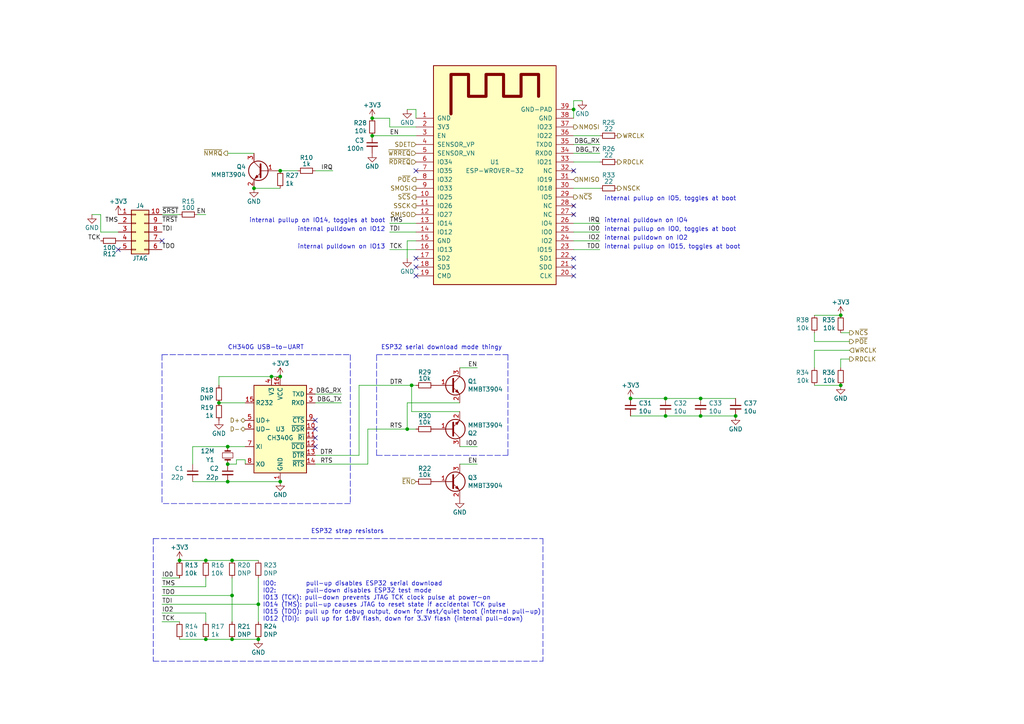
<source format=kicad_sch>
(kicad_sch (version 20211123) (generator eeschema)
  (paper "A4")
  (title_block (title "NuBus-ESP32") (date "2021-11-18") (rev "0.1") (company "Garrett's Workshop"))
  (lib_symbols
    (symbol "Connector_Generic:Conn_02x05_Counter_Clockwise" (pin_names (offset 1.016) hide)
      (property "Reference" "J" (at 1.27 7.62 0))
      (property "Value" "Conn_02x05_Counter_Clockwise" (at 1.27 -7.62 0))
      (symbol "Conn_02x05_Counter_Clockwise_1_1"
        (rectangle (start -1.27 -4.953) (end 0 -5.207) (stroke (width 0.1524)))
        (rectangle (start -1.27 -2.413) (end 0 -2.667) (stroke (width 0.1524)))
        (rectangle (start -1.27 0.127) (end 0 -0.127) (stroke (width 0.1524)))
        (rectangle (start -1.27 2.667) (end 0 2.413) (stroke (width 0.1524)))
        (rectangle (start -1.27 5.207) (end 0 4.953) (stroke (width 0.1524)))
        (rectangle (start -1.27 6.35) (end 3.81 -6.35) (stroke (width 0.254)) (fill (type background)))
        (rectangle (start 3.81 -4.953) (end 2.54 -5.207) (stroke (width 0.1524)))
        (rectangle (start 3.81 -2.413) (end 2.54 -2.667) (stroke (width 0.1524)))
        (rectangle (start 3.81 0.127) (end 2.54 -0.127) (stroke (width 0.1524)))
        (rectangle (start 3.81 2.667) (end 2.54 2.413) (stroke (width 0.1524)))
        (rectangle (start 3.81 5.207) (end 2.54 4.953) (stroke (width 0.1524)))
        (pin passive line (at -5.08 5.08 0) (length 3.81) (name "Pin_1") (number "1"))
        (pin passive line (at 7.62 5.08 180) (length 3.81) (name "Pin_10") (number "10"))
        (pin passive line (at -5.08 2.54 0) (length 3.81) (name "Pin_2") (number "2"))
        (pin passive line (at -5.08 0 0) (length 3.81) (name "Pin_3") (number "3"))
        (pin passive line (at -5.08 -2.54 0) (length 3.81) (name "Pin_4") (number "4"))
        (pin passive line (at -5.08 -5.08 0) (length 3.81) (name "Pin_5") (number "5"))
        (pin passive line (at 7.62 -5.08 180) (length 3.81) (name "Pin_6") (number "6"))
        (pin passive line (at 7.62 -2.54 180) (length 3.81) (name "Pin_7") (number "7"))
        (pin passive line (at 7.62 0 180) (length 3.81) (name "Pin_8") (number "8"))
        (pin passive line (at 7.62 2.54 180) (length 3.81) (name "Pin_9") (number "9"))
      )
    )
    (symbol "Device:C_Small" (pin_numbers hide) (pin_names (offset 0.254) hide)
      (property "Reference" "C" (at 0.254 1.778 0))
      (property "Value" "C_Small" (at 0.254 -2.032 0))
      (symbol "C_Small_0_1"
        (polyline (pts (xy -1.524 -0.508) (xy 1.524 -0.508)) (stroke (width 0.3302)))
        (polyline (pts (xy -1.524 0.508) (xy 1.524 0.508)) (stroke (width 0.3048)))
      )
      (symbol "C_Small_1_1"
        (pin passive line (at 0 2.54 270) (length 2.032) (name "~") (number "1"))
        (pin passive line (at 0 -2.54 90) (length 2.032) (name "~") (number "2"))
      )
    )
    (symbol "Device:Crystal_Small" (pin_numbers hide) (pin_names (offset 1.016) hide)
      (property "Reference" "Y" (at 0 2.54 0))
      (property "Value" "Crystal_Small" (at 0 -2.54 0))
      (symbol "Crystal_Small_0_1"
        (rectangle (start -0.762 -1.524) (end 0.762 1.524))
        (polyline (pts (xy -1.27 -0.762) (xy -1.27 0.762)) (stroke (width 0.381)))
        (polyline (pts (xy 1.27 -0.762) (xy 1.27 0.762)) (stroke (width 0.381)))
      )
      (symbol "Crystal_Small_1_1"
        (pin passive line (at -2.54 0 0) (length 1.27) (name "1") (number "1"))
        (pin passive line (at 2.54 0 180) (length 1.27) (name "2") (number "2"))
      )
    )
    (symbol "Device:R_Small" (pin_numbers hide) (pin_names (offset 0.254) hide)
      (property "Reference" "R" (at 0.762 0.508 0))
      (property "Value" "R_Small" (at 0.762 -1.016 0))
      (symbol "R_Small_0_1"
        (rectangle (start -0.762 1.778) (end 0.762 -1.778) (stroke (width 0.2032)))
      )
      (symbol "R_Small_1_1"
        (pin passive line (at 0 2.54 270) (length 0.762) (name "~") (number "1"))
        (pin passive line (at 0 -2.54 90) (length 0.762) (name "~") (number "2"))
      )
    )
    (symbol "GW_RFModule:ESP-WROVER-32" (pin_names (offset 1.016))
      (property "Reference" "U" (at 0 31.75 0))
      (property "Value" "ESP-WROVER-32" (at 0 0 0))
      (symbol "ESP-WROVER-32_0_1"
        (rectangle (start -17.78 30.48) (end 17.78 -33.02) (stroke (width 0.254)) (fill (type background)))
        (polyline (pts (xy -12.7 16.51) (xy -12.7 27.94) (xy -7.62 27.94) (xy -7.62 21.59) (xy -2.54 21.59) (xy -2.54 27.94) (xy 2.54 27.94) (xy 2.54 21.59) (xy 7.62 21.59) (xy 7.62 27.94) (xy 12.7 27.94) (xy 12.7 21.59)) (stroke (width 0.889)))
      )
      (symbol "ESP-WROVER-32_1_1"
        (pin power_out line (at -22.86 15.24 0) (length 5.08) (name "GND") (number "1"))
        (pin bidirectional line (at -22.86 -7.62 0) (length 5.08) (name "IO25") (number "10"))
        (pin bidirectional line (at -22.86 -10.16 0) (length 5.08) (name "IO26") (number "11"))
        (pin bidirectional line (at -22.86 -12.7 0) (length 5.08) (name "IO27") (number "12"))
        (pin bidirectional line (at -22.86 -15.24 0) (length 5.08) (name "IO14") (number "13"))
        (pin bidirectional line (at -22.86 -17.78 0) (length 5.08) (name "IO12") (number "14"))
        (pin power_in line (at -22.86 -20.32 0) (length 5.08) (name "GND") (number "15"))
        (pin bidirectional line (at -22.86 -22.86 0) (length 5.08) (name "IO13") (number "16"))
        (pin bidirectional line (at -22.86 -25.4 0) (length 5.08) (name "SD2") (number "17"))
        (pin bidirectional line (at -22.86 -27.94 0) (length 5.08) (name "SD3") (number "18"))
        (pin bidirectional line (at -22.86 -30.48 0) (length 5.08) (name "CMD") (number "19"))
        (pin power_in line (at -22.86 12.7 0) (length 5.08) (name "3V3") (number "2"))
        (pin input line (at 22.86 -30.48 180) (length 5.08) (name "CLK") (number "20"))
        (pin bidirectional line (at 22.86 -27.94 180) (length 5.08) (name "SDO") (number "21"))
        (pin bidirectional line (at 22.86 -25.4 180) (length 5.08) (name "SD1") (number "22"))
        (pin bidirectional line (at 22.86 -22.86 180) (length 5.08) (name "IO15") (number "23"))
        (pin bidirectional line (at 22.86 -20.32 180) (length 5.08) (name "IO2") (number "24"))
        (pin bidirectional line (at 22.86 -17.78 180) (length 5.08) (name "IO0") (number "25"))
        (pin input line (at 22.86 -15.24 180) (length 5.08) (name "IO4") (number "26"))
        (pin no_connect line (at 22.86 -12.7 180) (length 5.08) (name "NC") (number "27"))
        (pin no_connect line (at 22.86 -10.16 180) (length 5.08) (name "NC") (number "28"))
        (pin bidirectional line (at 22.86 -7.62 180) (length 5.08) (name "IO5") (number "29"))
        (pin input line (at -22.86 10.16 0) (length 5.08) (name "EN") (number "3"))
        (pin input line (at 22.86 -5.08 180) (length 5.08) (name "IO18") (number "30"))
        (pin bidirectional line (at 22.86 -2.54 180) (length 5.08) (name "IO19") (number "31"))
        (pin no_connect line (at 22.86 0 180) (length 5.08) (name "NC") (number "32"))
        (pin bidirectional line (at 22.86 2.54 180) (length 5.08) (name "IO21") (number "33"))
        (pin bidirectional line (at 22.86 5.08 180) (length 5.08) (name "RXD0") (number "34"))
        (pin bidirectional line (at 22.86 7.62 180) (length 5.08) (name "TXD0") (number "35"))
        (pin bidirectional line (at 22.86 10.16 180) (length 5.08) (name "IO22") (number "36"))
        (pin bidirectional line (at 22.86 12.7 180) (length 5.08) (name "IO23") (number "37"))
        (pin power_in line (at 22.86 15.24 180) (length 5.08) (name "GND") (number "38"))
        (pin power_in line (at 22.86 17.78 180) (length 5.08) (name "GND-PAD") (number "39"))
        (pin input line (at -22.86 7.62 0) (length 5.08) (name "SENSOR_VP") (number "4"))
        (pin input line (at -22.86 5.08 0) (length 5.08) (name "SENSOR_VN") (number "5"))
        (pin bidirectional line (at -22.86 2.54 0) (length 5.08) (name "IO34") (number "6"))
        (pin bidirectional line (at -22.86 0 0) (length 5.08) (name "IO35") (number "7"))
        (pin bidirectional line (at -22.86 -2.54 0) (length 5.08) (name "IO32") (number "8"))
        (pin bidirectional line (at -22.86 -5.08 0) (length 5.08) (name "IO33") (number "9"))
      )
    )
    (symbol "Interface_USB:CH340G"
      (property "Reference" "U" (at -5.08 13.97 0))
      (property "Value" "CH340G" (at 1.27 13.97 0))
      (symbol "CH340G_0_1"
        (rectangle (start -7.62 12.7) (end 7.62 -12.7) (stroke (width 0.254)) (fill (type background)))
      )
      (symbol "CH340G_1_1"
        (pin power_in line (at 0 -15.24 90) (length 2.54) (name "GND") (number "1"))
        (pin input line (at 10.16 0 180) (length 2.54) (name "~{DSR}") (number "10"))
        (pin input line (at 10.16 -2.54 180) (length 2.54) (name "~{RI}") (number "11"))
        (pin input line (at 10.16 -5.08 180) (length 2.54) (name "~{DCD}") (number "12"))
        (pin output line (at 10.16 -7.62 180) (length 2.54) (name "~{DTR}") (number "13"))
        (pin output line (at 10.16 -10.16 180) (length 2.54) (name "~{RTS}") (number "14"))
        (pin input line (at -10.16 7.62 0) (length 2.54) (name "R232") (number "15"))
        (pin power_in line (at 0 15.24 270) (length 2.54) (name "VCC") (number "16"))
        (pin output line (at 10.16 10.16 180) (length 2.54) (name "TXD") (number "2"))
        (pin input line (at 10.16 7.62 180) (length 2.54) (name "RXD") (number "3"))
        (pin passive line (at -2.54 15.24 270) (length 2.54) (name "V3") (number "4"))
        (pin bidirectional line (at -10.16 2.54 0) (length 2.54) (name "UD+") (number "5"))
        (pin bidirectional line (at -10.16 0 0) (length 2.54) (name "UD-") (number "6"))
        (pin input line (at -10.16 -5.08 0) (length 2.54) (name "XI") (number "7"))
        (pin output line (at -10.16 -10.16 0) (length 2.54) (name "XO") (number "8"))
        (pin input line (at 10.16 2.54 180) (length 2.54) (name "~{CTS}") (number "9"))
      )
    )
    (symbol "Transistor_BJT:MMBT3904" (pin_names (offset 0) hide)
      (property "Reference" "Q" (at 5.08 1.905 0))
      (property "Value" "MMBT3904" (at 5.08 0 0))
      (symbol "MMBT3904_0_1"
        (polyline (pts (xy 0.635 0.635) (xy 2.54 2.54)))
        (polyline (pts (xy 0.635 -0.635) (xy 2.54 -2.54) (xy 2.54 -2.54)))
        (polyline (pts (xy 0.635 1.905) (xy 0.635 -1.905) (xy 0.635 -1.905)) (stroke (width 0.508)))
        (polyline (pts (xy 1.27 -1.778) (xy 1.778 -1.27) (xy 2.286 -2.286) (xy 1.27 -1.778) (xy 1.27 -1.778)) (fill (type outline)))
        (circle (center 1.27 0) (radius 2.8194) (stroke (width 0.254)))
      )
      (symbol "MMBT3904_1_1"
        (pin input line (at -5.08 0 0) (length 5.715) (name "B") (number "1"))
        (pin passive line (at 2.54 -5.08 90) (length 2.54) (name "E") (number "2"))
        (pin passive line (at 2.54 5.08 270) (length 2.54) (name "C") (number "3"))
      )
    )
    (symbol "power:+3V3" (power) (pin_names (offset 0))
      (property "Value" "+3V3" (at 0 3.556 0))
      (symbol "+3V3_0_1"
        (polyline (pts (xy -0.762 1.27) (xy 0 2.54)))
        (polyline (pts (xy 0 0) (xy 0 2.54)))
        (polyline (pts (xy 0 2.54) (xy 0.762 1.27)))
      )
      (symbol "+3V3_1_1"
        (pin power_in line (at 0 0 90) (length 0) hide (name "+3V3") (number "1"))
      )
    )
    (symbol "power:GND" (power) (pin_names (offset 0))
      (property "Value" "GND" (at 0 -3.81 0))
      (symbol "GND_0_1"
        (polyline (pts (xy 0 0) (xy 0 -1.27) (xy 1.27 -1.27) (xy 0 -2.54) (xy -1.27 -1.27) (xy 0 -1.27)))
      )
      (symbol "GND_1_1"
        (pin power_in line (at 0 0 270) (length 0) hide (name "GND") (number "1"))
      )
    )
  )
  (junction (at 81.28 49.53))
  (junction (at 67.31 185.42))
  (junction (at 63.5 116.84))
  (junction (at 107.95 39.37))
  (junction (at 73.66 54.61))
  (junction (at 119.38 111.76))
  (junction (at 59.69 162.56))
  (junction (at 203.2 115.57))
  (junction (at 66.04 134.62))
  (junction (at 74.93 175.26))
  (junction (at 78.74 109.22))
  (junction (at 52.07 162.56))
  (junction (at 59.69 185.42))
  (junction (at 81.28 109.22))
  (junction (at 67.31 172.72))
  (junction (at 107.95 34.29))
  (junction (at 193.04 120.65))
  (junction (at 66.04 139.7))
  (junction (at 66.04 129.54))
  (junction (at 67.31 162.56))
  (junction (at 213.36 120.65))
  (junction (at 182.88 115.57))
  (junction (at 203.2 120.65))
  (junction (at 243.84 111.76))
  (junction (at 74.93 185.42))
  (junction (at 81.28 139.7))
  (junction (at 118.11 124.46))
  (junction (at 243.84 91.44))
  (junction (at 193.04 115.57))
  (junction (at 166.37 31.75))
  (no_connect (at 120.65 49.53))
  (no_connect (at 91.44 129.54))
  (no_connect (at 166.37 80.01))
  (no_connect (at 166.37 59.69))
  (no_connect (at 120.65 77.47))
  (no_connect (at 34.29 72.39))
  (no_connect (at 166.37 62.23))
  (no_connect (at 91.44 127))
  (no_connect (at 166.37 74.93))
  (no_connect (at 91.44 121.92))
  (no_connect (at 120.65 80.01))
  (no_connect (at 46.99 69.85))
  (no_connect (at 166.37 49.53))
  (no_connect (at 91.44 124.46))
  (no_connect (at 120.65 74.93))
  (no_connect (at 166.37 77.47))
  (wire (pts (xy 119.38 119.38) (xy 133.35 119.38)))
  (wire (pts (xy 166.37 46.99) (xy 173.99 46.99)))
  (wire (pts (xy 106.68 124.46) (xy 118.11 124.46)))
  (wire (pts (xy 166.37 31.75) (xy 166.37 34.29)))
  (wire (pts (xy 74.93 175.26) (xy 74.93 180.34)))
  (wire (pts (xy 173.99 54.61) (xy 166.37 54.61)))
  (wire (pts (xy 118.11 69.85) (xy 120.65 69.85)))
  (wire (pts (xy 133.35 116.84) (xy 118.11 116.84)))
  (wire (pts (xy 55.88 139.7) (xy 66.04 139.7)))
  (wire (pts (xy 63.5 109.22) (xy 63.5 111.76)))
  (wire (pts (xy 46.99 170.18) (xy 59.69 170.18)))
  (wire (pts (xy 68.58 134.62) (xy 68.58 133.35)))
  (wire (pts (xy 74.93 185.42) (xy 67.31 185.42)))
  (polyline (pts (xy 46.99 102.87) (xy 46.99 146.05)))
  (wire (pts (xy 106.68 134.62) (xy 91.44 134.62)))
  (wire (pts (xy 243.84 104.14) (xy 246.38 104.14)))
  (wire (pts (xy 46.99 180.34) (xy 52.07 180.34)))
  (wire (pts (xy 168.91 29.21) (xy 166.37 29.21)))
  (wire (pts (xy 63.5 116.84) (xy 71.12 116.84)))
  (wire (pts (xy 104.14 132.08) (xy 104.14 111.76)))
  (wire (pts (xy 46.99 175.26) (xy 74.93 175.26)))
  (wire (pts (xy 107.95 39.37) (xy 120.65 39.37)))
  (wire (pts (xy 193.04 120.65) (xy 182.88 120.65)))
  (wire (pts (xy 57.15 62.23) (xy 59.69 62.23)))
  (wire (pts (xy 67.31 172.72) (xy 67.31 180.34)))
  (wire (pts (xy 113.03 34.29) (xy 113.03 36.83)))
  (wire (pts (xy 236.22 111.76) (xy 243.84 111.76)))
  (wire (pts (xy 166.37 64.77) (xy 173.99 64.77)))
  (wire (pts (xy 74.93 175.26) (xy 74.93 167.64)))
  (wire (pts (xy 59.69 170.18) (xy 59.69 167.64)))
  (wire (pts (xy 99.06 114.3) (xy 91.44 114.3)))
  (wire (pts (xy 246.38 96.52) (xy 243.84 96.52)))
  (wire (pts (xy 67.31 172.72) (xy 67.31 167.64)))
  (wire (pts (xy 203.2 115.57) (xy 213.36 115.57)))
  (polyline (pts (xy 101.6 102.87) (xy 101.6 146.05)))
  (wire (pts (xy 120.65 34.29) (xy 120.65 31.75)))
  (wire (pts (xy 81.28 54.61) (xy 73.66 54.61)))
  (wire (pts (xy 106.68 124.46) (xy 106.68 134.62)))
  (wire (pts (xy 138.43 134.62) (xy 133.35 134.62)))
  (wire (pts (xy 66.04 129.54) (xy 71.12 129.54)))
  (wire (pts (xy 236.22 96.52) (xy 236.22 99.06)))
  (wire (pts (xy 59.69 185.42) (xy 52.07 185.42)))
  (polyline (pts (xy 109.22 132.08) (xy 147.32 132.08)))
  (wire (pts (xy 120.65 67.31) (xy 113.03 67.31)))
  (wire (pts (xy 166.37 67.31) (xy 173.99 67.31)))
  (wire (pts (xy 46.99 167.64) (xy 52.07 167.64)))
  (wire (pts (xy 52.07 162.56) (xy 59.69 162.56)))
  (wire (pts (xy 236.22 101.6) (xy 236.22 106.68)))
  (wire (pts (xy 67.31 185.42) (xy 59.69 185.42)))
  (wire (pts (xy 29.21 67.31) (xy 34.29 67.31)))
  (wire (pts (xy 166.37 72.39) (xy 173.99 72.39)))
  (wire (pts (xy 46.99 172.72) (xy 67.31 172.72)))
  (wire (pts (xy 236.22 91.44) (xy 243.84 91.44)))
  (wire (pts (xy 113.03 36.83) (xy 120.65 36.83)))
  (wire (pts (xy 120.65 64.77) (xy 113.03 64.77)))
  (wire (pts (xy 118.11 116.84) (xy 118.11 124.46)))
  (polyline (pts (xy 147.32 102.87) (xy 147.32 132.08)))
  (polyline (pts (xy 44.45 156.21) (xy 44.45 191.77)))
  (wire (pts (xy 193.04 115.57) (xy 182.88 115.57)))
  (polyline (pts (xy 109.22 132.08) (xy 109.22 102.87)))
  (wire (pts (xy 63.5 109.22) (xy 78.74 109.22)))
  (polyline (pts (xy 157.48 156.21) (xy 157.48 191.77)))
  (wire (pts (xy 118.11 124.46) (xy 120.65 124.46)))
  (wire (pts (xy 173.99 39.37) (xy 166.37 39.37)))
  (wire (pts (xy 81.28 109.22) (xy 78.74 109.22)))
  (wire (pts (xy 236.22 101.6) (xy 246.38 101.6)))
  (polyline (pts (xy 44.45 156.21) (xy 157.48 156.21)))
  (wire (pts (xy 55.88 129.54) (xy 55.88 134.62)))
  (wire (pts (xy 68.58 133.35) (xy 71.12 133.35)))
  (wire (pts (xy 119.38 119.38) (xy 119.38 111.76)))
  (wire (pts (xy 166.37 44.45) (xy 173.99 44.45)))
  (wire (pts (xy 193.04 115.57) (xy 203.2 115.57)))
  (wire (pts (xy 104.14 111.76) (xy 119.38 111.76)))
  (wire (pts (xy 46.99 62.23) (xy 52.07 62.23)))
  (wire (pts (xy 243.84 106.68) (xy 243.84 104.14)))
  (wire (pts (xy 166.37 29.21) (xy 166.37 31.75)))
  (wire (pts (xy 120.65 72.39) (xy 113.03 72.39)))
  (wire (pts (xy 118.11 31.75) (xy 120.65 31.75)))
  (wire (pts (xy 138.43 129.54) (xy 133.35 129.54)))
  (wire (pts (xy 91.44 132.08) (xy 104.14 132.08)))
  (wire (pts (xy 26.67 62.23) (xy 29.21 62.23)))
  (wire (pts (xy 166.37 69.85) (xy 173.99 69.85)))
  (wire (pts (xy 203.2 120.65) (xy 193.04 120.65)))
  (wire (pts (xy 66.04 139.7) (xy 81.28 139.7)))
  (wire (pts (xy 86.36 49.53) (xy 81.28 49.53)))
  (wire (pts (xy 59.69 162.56) (xy 67.31 162.56)))
  (wire (pts (xy 236.22 99.06) (xy 246.38 99.06)))
  (wire (pts (xy 120.65 111.76) (xy 119.38 111.76)))
  (wire (pts (xy 71.12 133.35) (xy 71.12 134.62)))
  (wire (pts (xy 91.44 116.84) (xy 99.06 116.84)))
  (wire (pts (xy 107.95 34.29) (xy 113.03 34.29)))
  (polyline (pts (xy 109.22 102.87) (xy 147.32 102.87)))
  (wire (pts (xy 138.43 106.68) (xy 133.35 106.68)))
  (wire (pts (xy 67.31 162.56) (xy 74.93 162.56)))
  (polyline (pts (xy 46.99 102.87) (xy 101.6 102.87)))
  (wire (pts (xy 173.99 41.91) (xy 166.37 41.91)))
  (polyline (pts (xy 44.45 191.77) (xy 157.48 191.77)))
  (wire (pts (xy 66.04 44.45) (xy 73.66 44.45)))
  (wire (pts (xy 213.36 120.65) (xy 203.2 120.65)))
  (wire (pts (xy 118.11 69.85) (xy 118.11 74.93)))
  (wire (pts (xy 29.21 62.23) (xy 29.21 67.31)))
  (wire (pts (xy 91.44 49.53) (xy 96.52 49.53)))
  (wire (pts (xy 59.69 177.8) (xy 59.69 180.34)))
  (wire (pts (xy 46.99 177.8) (xy 59.69 177.8)))
  (polyline (pts (xy 101.6 146.05) (xy 46.99 146.05)))
  (wire (pts (xy 55.88 129.54) (xy 66.04 129.54)))
  (wire (pts (xy 68.58 134.62) (xy 66.04 134.62)))
  (text "internal pulldown on IO13" (at 111.76 72.39 180) (effects (font (size 1.27 1.27)) (justify right bottom)))
  (text "internal pulldown on IO4" (at 175.26 64.77 0) (effects (font (size 1.27 1.27)) (justify left bottom)))
  (text "internal pullup on IO15, toggles at boot" (at 175.26 72.39 0) (effects (font (size 1.27 1.27)) (justify left bottom)))
  (text "CH340G USB-to-UART" (at 66.04 101.6 0) (effects (font (size 1.27 1.27)) (justify left bottom)))
  (text "internal pullup on IO0, toggles at boot" (at 175.26 67.31 0) (effects (font (size 1.27 1.27)) (justify left bottom)))
  (text "internal pulldown on IO2" (at 175.26 69.85 0) (effects (font (size 1.27 1.27)) (justify left bottom)))
  (text "ESP32 serial download mode thingy" (at 110.49 101.6 0) (effects (font (size 1.27 1.27)) (justify left bottom)))
  (text "internal pullup on IO5, toggles at boot" (at 175.26 58.42 0) (effects (font (size 1.27 1.27)) (justify left bottom)))
  (text "IO0:         pull-up disables ESP32 serial download\nIO2:         pull-down disables ESP32 test mode\nIO13 (TCK): pull-down prevents JTAG TCK clock pulse at power-on\nIO14 (TMS): pull-up causes JTAG to reset state if accidental TCK pulse\nIO15 (TDO): pull up for debug output, down for fast/quiet boot (internal pull-up)\nIO12 (TDI):  pull up for 1.8V flash, down for 3.3V flash (internal pull-down)" (at 76.2 180.34 0) (effects (font (size 1.27 1.27)) (justify left bottom)))
  (text "internal pulldown on IO12" (at 111.76 67.31 180) (effects (font (size 1.27 1.27)) (justify right bottom)))
  (text "ESP32 strap resistors" (at 90.17 154.94 0) (effects (font (size 1.27 1.27)) (justify left bottom)))
  (text "internal pullup on IO14, toggles at boot" (at 111.76 64.77 180) (effects (font (size 1.27 1.27)) (justify right bottom)))
  (label "IO0" (at 173.99 67.31 180))
  (label "IO0" (at 46.99 167.64 0))
  (label "TDI" (at 46.99 67.31 0))
  (label "IO2" (at 46.99 177.8 0))
  (label "DTR" (at 96.52 132.08 180))
  (label "IRQ" (at 96.52 49.53 180))
  (label "TDI" (at 113.03 67.31 0))
  (label "EN" (at 59.69 62.23 180))
  (label "TCK" (at 46.99 180.34 0))
  (label "TMS" (at 34.29 64.77 180))
  (label "IO0" (at 138.43 129.54 180))
  (label "~{TRST}" (at 46.99 64.77 0))
  (label "RTS" (at 96.52 134.62 180))
  (label "DBG_RX" (at 173.99 41.91 180))
  (label "TDO" (at 173.99 72.39 180))
  (label "EN" (at 138.43 134.62 180))
  (label "RTS" (at 113.03 124.46 0))
  (label "TCK" (at 113.03 72.39 0))
  (label "~{SRST}" (at 46.99 62.23 0))
  (label "TCK" (at 29.21 69.85 180))
  (label "EN" (at 138.43 106.68 180))
  (label "TDO" (at 46.99 72.39 0))
  (label "DBG_RX" (at 99.06 114.3 180))
  (label "TMS" (at 46.99 170.18 0))
  (label "TDO" (at 46.99 172.72 0))
  (label "DBG_TX" (at 173.99 44.45 180))
  (label "IO2" (at 173.99 69.85 180))
  (label "DBG_TX" (at 99.06 116.84 180))
  (label "TMS" (at 113.03 64.77 0))
  (label "TDI" (at 46.99 175.26 0))
  (label "DTR" (at 113.03 111.76 0))
  (label "EN" (at 113.03 39.37 0))
  (label "IRQ" (at 173.99 64.77 180))
  (hierarchical_label "S~{CS}" (shape output) (at 120.65 57.15 180))
  (hierarchical_label "SMOSI" (shape output) (at 120.65 54.61 180))
  (hierarchical_label "WRCLK" (shape output) (at 179.07 39.37 0))
  (hierarchical_label "NMOSI" (shape output) (at 166.37 36.83 0))
  (hierarchical_label "RDCLK" (shape output) (at 246.38 104.14 0))
  (hierarchical_label "~{NMRQ}" (shape output) (at 66.04 44.45 180))
  (hierarchical_label "N~{CS}" (shape output) (at 246.38 96.52 0))
  (hierarchical_label "WRCLK" (shape input) (at 246.38 101.6 0))
  (hierarchical_label "SDET" (shape input) (at 120.65 41.91 180))
  (hierarchical_label "P~{OE}" (shape output) (at 246.38 99.06 0))
  (hierarchical_label "D-" (shape bidirectional) (at 71.12 124.46 180))
  (hierarchical_label "RDCLK" (shape output) (at 179.07 46.99 0))
  (hierarchical_label "NMISO" (shape input) (at 166.37 52.07 0))
  (hierarchical_label "~{EN}" (shape input) (at 120.65 139.7 180))
  (hierarchical_label "P~{OE}" (shape output) (at 120.65 52.07 180))
  (hierarchical_label "~{RDREQ}" (shape input) (at 120.65 46.99 180))
  (hierarchical_label "NSCK" (shape output) (at 179.07 54.61 0))
  (hierarchical_label "SSCK" (shape output) (at 120.65 59.69 180))
  (hierarchical_label "N~{CS}" (shape output) (at 166.37 57.15 0))
  (hierarchical_label "D+" (shape bidirectional) (at 71.12 121.92 180))
  (hierarchical_label "~{WRREQ}" (shape input) (at 120.65 44.45 180))
  (hierarchical_label "SMISO" (shape input) (at 120.65 62.23 180))
  (symbol (lib_id "Device:R_Small") (at 31.75 69.85 90) (unit 1)
    (property "Reference" "R12" (at 31.75 73.66 90))
    (property "Value" "100" (at 31.75 71.12 90) (effects (justify bottom)))
    (property "Footprint" "stdpads:R_0805" (effects hide))
    (property "LCSC Part" "C17408" (effects hide))
  )
  (symbol (lib_id "Device:R_Small") (at 176.53 46.99 90) (mirror x) (unit 1)
    (property "Reference" "R26" (at 176.53 43.18 90))
    (property "Value" "22" (at 176.53 45.72 90) (effects (justify bottom)))
    (property "Footprint" "stdpads:R_0805" (effects hide))
    (property "LCSC Part" "C17561" (effects hide))
  )
  (symbol (lib_id "Device:R_Small") (at 176.53 39.37 90) (mirror x) (unit 1)
    (property "Reference" "R25" (at 176.53 35.56 90))
    (property "Value" "22" (at 176.53 38.1 90) (effects (justify bottom)))
    (property "Footprint" "stdpads:R_0805" (effects hide))
    (property "LCSC Part" "C17561" (effects hide))
  )
  (symbol (lib_id "Device:R_Small") (at 176.53 54.61 90) (mirror x) (unit 1)
    (property "Reference" "R33" (at 176.53 50.8 90))
    (property "Value" "22" (at 176.53 53.34 90) (effects (justify bottom)))
    (property "Footprint" "stdpads:R_0805" (effects hide))
    (property "LCSC Part" "C17561" (effects hide))
  )
  (symbol (lib_id "Device:C_Small") (at 213.36 118.11 0) (mirror y) (unit 1)
    (property "Reference" "C37" (at 215.6968 116.9416 0) (effects (justify right)))
    (property "Value" "10u" (at 215.6968 119.253 0) (effects (justify right)))
    (property "Footprint" "stdpads:C_0805" (effects hide))
    (property "LCSC Part" "C15850" (effects hide))
  )
  (symbol (lib_id "power:GND") (at 213.36 120.65 0) (unit 1)
    (property "Reference" "#PWR0204" (effects hide))
    (property "Value" "GND" (at 213.36 124.46 0))
  )
  (symbol (lib_id "Device:R_Small") (at 81.28 52.07 0) (unit 1)
    (property "Reference" "R27" (at 82.7786 50.9016 0) (effects (justify left)))
    (property "Value" "1k" (at 82.7786 53.213 0) (effects (justify left)))
    (property "Footprint" "stdpads:R_0805" (effects hide))
    (property "LCSC Part" "C17513" (effects hide))
  )
  (symbol (lib_id "Transistor_BJT:MMBT3904") (at 76.2 49.53 0) (mirror y) (unit 1)
    (property "Reference" "Q4" (at 71.3486 48.3616 0) (effects (justify left)))
    (property "Value" "MMBT3904" (at 71.3486 50.673 0) (effects (justify left)))
    (property "Footprint" "stdpads:SOT-23" (effects hide))
    (property "LCSC Part" "C20526" (effects hide))
  )
  (symbol (lib_id "power:GND") (at 73.66 54.61 0) (mirror y) (unit 1)
    (property "Reference" "#PWR0202" (effects hide))
    (property "Value" "GND" (at 73.66 58.42 0))
  )
  (symbol (lib_id "Device:R_Small") (at 88.9 49.53 90) (mirror x) (unit 1)
    (property "Reference" "R10" (at 88.9 45.72 90))
    (property "Value" "1k" (at 88.9 48.26 90) (effects (justify bottom)))
    (property "Footprint" "stdpads:R_0805" (effects hide))
    (property "LCSC Part" "C17513" (effects hide))
  )
  (symbol (lib_id "power:+3V3") (at 182.88 115.57 0) (unit 1)
    (property "Reference" "#PWR0203" (effects hide))
    (property "Value" "+3V3" (at 182.88 111.76 0))
  )
  (symbol (lib_id "Device:C_Small") (at 182.88 118.11 0) (mirror y) (unit 1)
    (property "Reference" "C31" (at 185.2168 116.9416 0) (effects (justify right)))
    (property "Value" "10u" (at 185.2168 119.253 0) (effects (justify right)))
    (property "Footprint" "stdpads:C_0805" (effects hide))
    (property "LCSC Part" "C15850" (effects hide))
  )
  (symbol (lib_id "Device:C_Small") (at 193.04 118.11 0) (mirror y) (unit 1)
    (property "Reference" "C32" (at 195.3768 116.9416 0) (effects (justify right)))
    (property "Value" "10u" (at 195.3768 119.253 0) (effects (justify right)))
    (property "Footprint" "stdpads:C_0805" (effects hide))
    (property "LCSC Part" "C15850" (effects hide))
  )
  (symbol (lib_id "Device:C_Small") (at 203.2 118.11 0) (mirror y) (unit 1)
    (property "Reference" "C33" (at 205.5368 116.9416 0) (effects (justify right)))
    (property "Value" "10u" (at 205.5368 119.253 0) (effects (justify right)))
    (property "Footprint" "stdpads:C_0805" (effects hide))
    (property "LCSC Part" "C15850" (effects hide))
  )
  (symbol (lib_id "Device:R_Small") (at 243.84 109.22 0) (mirror y) (unit 1)
    (property "Reference" "R36" (at 242.3414 108.0516 0) (effects (justify left)))
    (property "Value" "10k" (at 242.3414 110.363 0) (effects (justify left)))
    (property "Footprint" "stdpads:R_0805" (effects hide))
    (property "LCSC Part" "C17414" (effects hide))
  )
  (symbol (lib_id "power:+3V3") (at 243.84 91.44 0) (unit 1)
    (property "Reference" "#PWR0235" (effects hide))
    (property "Value" "+3V3" (at 243.84 87.63 0))
  )
  (symbol (lib_id "Device:R_Small") (at 243.84 93.98 0) (mirror y) (unit 1)
    (property "Reference" "R35" (at 242.3414 92.8116 0) (effects (justify left)))
    (property "Value" "10k" (at 242.3414 95.123 0) (effects (justify left)))
    (property "Footprint" "stdpads:R_0805" (effects hide))
    (property "LCSC Part" "C17414" (effects hide))
  )
  (symbol (lib_id "power:GND") (at 243.84 111.76 0) (unit 1)
    (property "Reference" "#PWR0236" (effects hide))
    (property "Value" "GND" (at 243.84 115.57 0))
  )
  (symbol (lib_id "Device:R_Small") (at 236.22 109.22 0) (mirror y) (unit 1)
    (property "Reference" "R34" (at 234.7214 108.0516 0) (effects (justify left)))
    (property "Value" "10k" (at 234.7214 110.363 0) (effects (justify left)))
    (property "Footprint" "stdpads:R_0805" (effects hide))
    (property "LCSC Part" "C17414" (effects hide))
  )
  (symbol (lib_id "Device:R_Small") (at 123.19 139.7 90) (mirror x) (unit 1)
    (property "Reference" "R22" (at 123.19 135.89 90))
    (property "Value" "10k" (at 123.19 138.43 90) (effects (justify bottom)))
    (property "Footprint" "stdpads:R_0805" (effects hide))
    (property "LCSC Part" "C17414" (effects hide))
  )
  (symbol (lib_id "GW_RFModule:ESP-WROVER-32") (at 143.51 49.53 0) (unit 1)
    (property "Reference" "U1" (at 143.51 46.99 0))
    (property "Value" "ESP-WROVER-32" (at 143.51 49.53 0))
    (property "Footprint" "stdpads:ESP32-WROVER_WROOM-32_WROVER" (effects hide))
    (property "LCSC Part" "C967023" (effects hide))
  )
  (symbol (lib_id "power:GND") (at 168.91 29.21 0) (unit 1)
    (property "Reference" "#PWR0172" (effects hide))
    (property "Value" "GND" (at 168.91 33.02 0))
  )
  (symbol (lib_id "power:GND") (at 118.11 31.75 0) (mirror y) (unit 1)
    (property "Reference" "#PWR0173" (effects hide))
    (property "Value" "GND" (at 118.11 35.56 0))
  )
  (symbol (lib_id "power:GND") (at 118.11 74.93 0) (mirror y) (unit 1)
    (property "Reference" "#PWR0174" (effects hide))
    (property "Value" "GND" (at 118.11 78.74 0))
  )
  (symbol (lib_id "power:GND") (at 63.5 121.92 0) (unit 1)
    (property "Reference" "#PWR0175" (effects hide))
    (property "Value" "GND" (at 63.5 125.73 0))
  )
  (symbol (lib_id "Device:Crystal_Small") (at 66.04 132.08 90) (unit 1)
    (property "Reference" "Y1" (at 62.23 133.35 90) (effects (justify left)))
    (property "Value" "12M" (at 62.23 130.81 90) (effects (justify left)))
    (property "Footprint" "stdpads:Crystal_HC49-SMD" (effects hide))
    (property "LCSC Part" "C9002" (effects hide))
  )
  (symbol (lib_id "Device:R_Small") (at 63.5 119.38 0) (mirror y) (unit 1)
    (property "Reference" "R19" (at 62.0014 118.2116 0) (effects (justify left)))
    (property "Value" "1k" (at 62.0014 120.523 0) (effects (justify left)))
    (property "Footprint" "stdpads:R_0805" (effects hide))
    (property "LCSC Part" "C17513" (effects hide))
  )
  (symbol (lib_id "Device:C_Small") (at 66.04 137.16 0) (mirror y) (unit 1)
    (property "Reference" "C2" (at 63.5 135.89 0) (effects (justify left)))
    (property "Value" "22p" (at 63.5 138.43 0) (effects (justify left)))
    (property "Footprint" "stdpads:C_0805" (effects hide))
    (property "LCSC Part" "C1804" (effects hide))
  )
  (symbol (lib_id "power:GND") (at 81.28 139.7 0) (unit 1)
    (property "Reference" "#PWR0177" (effects hide))
    (property "Value" "GND" (at 81.28 143.51 0))
  )
  (symbol (lib_id "power:+3V3") (at 81.28 109.22 0) (unit 1)
    (property "Reference" "#PWR0178" (effects hide))
    (property "Value" "+3V3" (at 81.28 105.41 0))
  )
  (symbol (lib_id "Interface_USB:CH340G") (at 81.28 124.46 0) (unit 1)
    (property "Reference" "U3" (at 81.28 124.46 0))
    (property "Value" "CH340G" (at 81.28 127 0))
    (property "Footprint" "stdpads:SOIC-16_3.9mm" (effects hide))
    (property "Datasheet" "http://www.datasheet5.com/pdf-local-2195953" (effects hide))
    (property "LCSC Part" "C14267" (effects hide))
  )
  (symbol (lib_id "Device:R_Small") (at 63.5 114.3 0) (mirror y) (unit 1)
    (property "Reference" "R18" (at 62.0014 113.1316 0) (effects (justify left)))
    (property "Value" "DNP" (at 62.0014 115.443 0) (effects (justify left)))
    (property "Footprint" "stdpads:R_0805" (effects hide))
  )
  (symbol (lib_id "Transistor_BJT:MMBT3904") (at 130.81 124.46 0) (mirror x) (unit 1)
    (property "Reference" "Q2" (at 135.6614 125.6284 0) (effects (justify left)))
    (property "Value" "MMBT3904" (at 135.6614 123.317 0) (effects (justify left)))
    (property "Footprint" "stdpads:SOT-23" (effects hide))
    (property "LCSC Part" "C20526" (effects hide))
  )
  (symbol (lib_id "Transistor_BJT:MMBT3904") (at 130.81 111.76 0) (unit 1)
    (property "Reference" "Q1" (at 135.6614 110.5916 0) (effects (justify left)))
    (property "Value" "MMBT3904" (at 135.6614 112.903 0) (effects (justify left)))
    (property "Footprint" "stdpads:SOT-23" (effects hide))
    (property "LCSC Part" "C20526" (effects hide))
  )
  (symbol (lib_id "Device:R_Small") (at 123.19 124.46 90) (mirror x) (unit 1)
    (property "Reference" "R30" (at 123.19 120.65 90))
    (property "Value" "10k" (at 123.19 123.19 90) (effects (justify bottom)))
    (property "Footprint" "stdpads:R_0805" (effects hide))
    (property "LCSC Part" "C17414" (effects hide))
  )
  (symbol (lib_id "Device:R_Small") (at 123.19 111.76 90) (mirror x) (unit 1)
    (property "Reference" "R29" (at 123.19 107.95 90))
    (property "Value" "10k" (at 123.19 110.49 90) (effects (justify bottom)))
    (property "Footprint" "stdpads:R_0805" (effects hide))
    (property "LCSC Part" "C17414" (effects hide))
  )
  (symbol (lib_id "Device:C_Small") (at 55.88 137.16 0) (mirror y) (unit 1)
    (property "Reference" "C1" (at 53.34 135.89 0) (effects (justify left)))
    (property "Value" "22p" (at 53.34 138.43 0) (effects (justify left)))
    (property "Footprint" "stdpads:C_0805" (effects hide))
    (property "LCSC Part" "C1804" (effects hide))
  )
  (symbol (lib_id "Device:R_Small") (at 54.61 62.23 90) (mirror x) (unit 1)
    (property "Reference" "R15" (at 54.61 58.42 90))
    (property "Value" "100" (at 54.61 60.96 90) (effects (justify bottom)))
    (property "Footprint" "stdpads:R_0805" (effects hide))
    (property "LCSC Part" "C17408" (effects hide))
  )
  (symbol (lib_id "power:GND") (at 26.67 62.23 0) (unit 1)
    (property "Reference" "#PWR0179" (effects hide))
    (property "Value" "GND" (at 26.67 66.04 0))
  )
  (symbol (lib_id "power:+3V3") (at 34.29 62.23 0) (mirror y) (unit 1)
    (property "Reference" "#PWR0180" (effects hide))
    (property "Value" "+3V3" (at 34.29 58.42 0))
  )
  (symbol (lib_id "Connector_Generic:Conn_02x05_Counter_Clockwise") (at 39.37 67.31 0) (unit 1)
    (property "Reference" "J4" (at 40.64 59.69 0))
    (property "Value" "JTAG" (at 40.64 74.93 0))
    (property "Footprint" "Connector_IDC:IDC-Header_2x05_P2.54mm_Vertical" (effects hide))
    (property "LCSC Part" "C5665" (effects hide))
  )
  (symbol (lib_id "Device:R_Small") (at 67.31 165.1 0) (unit 1)
    (property "Reference" "R20" (at 68.8086 163.9316 0) (effects (justify left)))
    (property "Value" "DNP" (at 68.8086 166.243 0) (effects (justify left)))
    (property "Footprint" "stdpads:R_0805" (effects hide))
  )
  (symbol (lib_id "Device:R_Small") (at 67.31 182.88 0) (unit 1)
    (property "Reference" "R21" (at 68.8086 181.7116 0) (effects (justify left)))
    (property "Value" "DNP" (at 68.8086 184.023 0) (effects (justify left)))
    (property "Footprint" "stdpads:R_0805" (effects hide))
  )
  (symbol (lib_id "power:GND") (at 74.93 185.42 0) (unit 1)
    (property "Reference" "#PWR0181" (effects hide))
    (property "Value" "GND" (at 74.93 189.23 0))
  )
  (symbol (lib_id "Device:R_Small") (at 74.93 182.88 0) (unit 1)
    (property "Reference" "R24" (at 76.4286 181.7116 0) (effects (justify left)))
    (property "Value" "DNP" (at 76.4286 184.023 0) (effects (justify left)))
    (property "Footprint" "stdpads:R_0805" (effects hide))
  )
  (symbol (lib_id "Device:R_Small") (at 74.93 165.1 0) (unit 1)
    (property "Reference" "R23" (at 76.4286 163.9316 0) (effects (justify left)))
    (property "Value" "DNP" (at 76.4286 166.243 0) (effects (justify left)))
    (property "Footprint" "stdpads:R_0805" (effects hide))
  )
  (symbol (lib_id "Device:R_Small") (at 59.69 165.1 0) (unit 1)
    (property "Reference" "R16" (at 61.1886 163.9316 0) (effects (justify left)))
    (property "Value" "10k" (at 61.1886 166.243 0) (effects (justify left)))
    (property "Footprint" "stdpads:R_0805" (effects hide))
    (property "LCSC Part" "C17414" (effects hide))
  )
  (symbol (lib_id "Device:R_Small") (at 59.69 182.88 0) (unit 1)
    (property "Reference" "R17" (at 61.1886 181.7116 0) (effects (justify left)))
    (property "Value" "1k" (at 61.1886 184.023 0) (effects (justify left)))
    (property "Footprint" "stdpads:R_0805" (effects hide))
    (property "LCSC Part" "C17513" (effects hide))
  )
  (symbol (lib_id "Device:R_Small") (at 52.07 182.88 0) (unit 1)
    (property "Reference" "R14" (at 53.5686 181.7116 0) (effects (justify left)))
    (property "Value" "10k" (at 53.5686 184.023 0) (effects (justify left)))
    (property "Footprint" "stdpads:R_0805" (effects hide))
    (property "LCSC Part" "C17414" (effects hide))
  )
  (symbol (lib_id "power:+3V3") (at 52.07 162.56 0) (unit 1)
    (property "Reference" "#PWR0182" (effects hide))
    (property "Value" "+3V3" (at 52.07 158.75 0))
  )
  (symbol (lib_id "Device:R_Small") (at 52.07 165.1 0) (unit 1)
    (property "Reference" "R13" (at 53.5686 163.9316 0) (effects (justify left)))
    (property "Value" "10k" (at 53.5686 166.243 0) (effects (justify left)))
    (property "Footprint" "stdpads:R_0805" (effects hide))
    (property "LCSC Part" "C17414" (effects hide))
  )
  (symbol (lib_id "Device:R_Small") (at 107.95 36.83 0) (mirror y) (unit 1)
    (property "Reference" "R28" (at 106.4514 35.6616 0) (effects (justify left)))
    (property "Value" "10k" (at 106.4514 37.973 0) (effects (justify left)))
    (property "Footprint" "stdpads:R_0805" (effects hide))
    (property "LCSC Part" "C17414" (effects hide))
  )
  (symbol (lib_id "Transistor_BJT:MMBT3904") (at 130.81 139.7 0) (unit 1)
    (property "Reference" "Q3" (at 135.6614 138.5316 0) (effects (justify left)))
    (property "Value" "MMBT3904" (at 135.6614 140.843 0) (effects (justify left)))
    (property "Footprint" "stdpads:SOT-23" (effects hide))
    (property "LCSC Part" "C20526" (effects hide))
  )
  (symbol (lib_id "power:GND") (at 133.35 144.78 0) (unit 1)
    (property "Reference" "#PWR0183" (effects hide))
    (property "Value" "GND" (at 133.35 148.59 0))
  )
  (symbol (lib_id "Device:C_Small") (at 107.95 41.91 0) (mirror y) (unit 1)
    (property "Reference" "C3" (at 105.6132 40.7416 0) (effects (justify left)))
    (property "Value" "100n" (at 105.6132 43.053 0) (effects (justify left)))
    (property "Footprint" "stdpads:C_0805" (effects hide))
    (property "LCSC Part" "C28233" (effects hide))
  )
  (symbol (lib_id "power:GND") (at 107.95 44.45 0) (mirror y) (unit 1)
    (property "Reference" "#PWR0184" (effects hide))
    (property "Value" "GND" (at 107.95 48.26 0))
  )
  (symbol (lib_id "power:+3V3") (at 107.95 34.29 0) (mirror y) (unit 1)
    (property "Reference" "#PWR0185" (effects hide))
    (property "Value" "+3V3" (at 107.95 30.48 0))
  )
  (symbol (lib_id "Device:R_Small") (at 236.22 93.98 0) (mirror y) (unit 1)
    (property "Reference" "R38" (at 234.7214 92.8116 0) (effects (justify left)))
    (property "Value" "10k" (at 234.7214 95.123 0) (effects (justify left)))
    (property "Footprint" "stdpads:R_0805" (effects hide))
    (property "LCSC Part" "C17414" (effects hide))
  )
)
</source>
